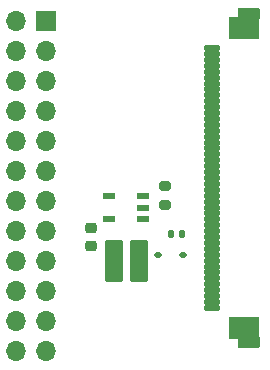
<source format=gbr>
%TF.GenerationSoftware,KiCad,Pcbnew,8.0.8*%
%TF.CreationDate,2025-04-16T08:52:23+10:00*%
%TF.ProjectId,display,64697370-6c61-4792-9e6b-696361645f70,rev?*%
%TF.SameCoordinates,Original*%
%TF.FileFunction,Soldermask,Top*%
%TF.FilePolarity,Negative*%
%FSLAX46Y46*%
G04 Gerber Fmt 4.6, Leading zero omitted, Abs format (unit mm)*
G04 Created by KiCad (PCBNEW 8.0.8) date 2025-04-16 08:52:23*
%MOMM*%
%LPD*%
G01*
G04 APERTURE LIST*
G04 Aperture macros list*
%AMRoundRect*
0 Rectangle with rounded corners*
0 $1 Rounding radius*
0 $2 $3 $4 $5 $6 $7 $8 $9 X,Y pos of 4 corners*
0 Add a 4 corners polygon primitive as box body*
4,1,4,$2,$3,$4,$5,$6,$7,$8,$9,$2,$3,0*
0 Add four circle primitives for the rounded corners*
1,1,$1+$1,$2,$3*
1,1,$1+$1,$4,$5*
1,1,$1+$1,$6,$7*
1,1,$1+$1,$8,$9*
0 Add four rect primitives between the rounded corners*
20,1,$1+$1,$2,$3,$4,$5,0*
20,1,$1+$1,$4,$5,$6,$7,0*
20,1,$1+$1,$6,$7,$8,$9,0*
20,1,$1+$1,$8,$9,$2,$3,0*%
%AMFreePoly0*
4,1,32,0.859954,1.282520,0.897008,1.231520,0.902000,1.200000,0.902000,-1.200000,0.882520,-1.259954,0.831520,-1.297008,0.800000,-1.302000,-0.749600,-1.302000,-0.751983,-1.303214,-0.760963,-1.306934,-0.800000,-1.314700,-1.600000,-1.314700,-1.639037,-1.306934,-1.648017,-1.303214,-1.695951,-1.262272,-1.703214,-1.248017,-1.706934,-1.239037,-1.714700,-1.200000,-1.714700,0.400000,-1.706934,0.439037,
-1.703214,0.448017,-1.662272,0.495951,-1.648017,0.503214,-1.639037,0.506934,-1.600000,0.514700,-0.902000,0.514700,-0.902000,1.200000,-0.882520,1.259954,-0.831520,1.297008,-0.800000,1.302000,0.800000,1.302000,0.859954,1.282520,0.859954,1.282520,$1*%
%AMFreePoly1*
4,1,32,0.859954,1.282520,0.897008,1.231520,0.902000,1.200000,0.902000,0.514700,1.600000,0.514700,1.639037,0.506934,1.648017,0.503214,1.695951,0.462272,1.703214,0.448017,1.706934,0.439037,1.714700,0.400000,1.714700,-1.200000,1.706934,-1.239037,1.703214,-1.248017,1.662272,-1.295951,1.648017,-1.303214,1.639037,-1.306934,1.600000,-1.314700,0.800000,-1.314700,0.760963,-1.306934,
0.751983,-1.303214,0.750562,-1.302000,-0.800000,-1.302000,-0.859954,-1.282520,-0.897008,-1.231520,-0.902000,-1.200000,-0.902000,1.200000,-0.882520,1.259954,-0.831520,1.297008,-0.800000,1.302000,0.800000,1.302000,0.859954,1.282520,0.859954,1.282520,$1*%
G04 Aperture macros list end*
%ADD10C,0.025400*%
%ADD11RoundRect,0.102000X-0.650000X-1.700000X0.650000X-1.700000X0.650000X1.700000X-0.650000X1.700000X0*%
%ADD12R,1.054100X0.508000*%
%ADD13RoundRect,0.080000X0.600000X-0.150000X0.600000X0.150000X-0.600000X0.150000X-0.600000X-0.150000X0*%
%ADD14FreePoly0,90.000000*%
%ADD15FreePoly1,90.000000*%
%ADD16RoundRect,0.140000X0.140000X0.170000X-0.140000X0.170000X-0.140000X-0.170000X0.140000X-0.170000X0*%
%ADD17RoundRect,0.112500X0.187500X0.112500X-0.187500X0.112500X-0.187500X-0.112500X0.187500X-0.112500X0*%
%ADD18RoundRect,0.200000X0.275000X-0.200000X0.275000X0.200000X-0.275000X0.200000X-0.275000X-0.200000X0*%
%ADD19RoundRect,0.225000X-0.250000X0.225000X-0.250000X-0.225000X0.250000X-0.225000X0.250000X0.225000X0*%
%ADD20R,1.700000X1.700000*%
%ADD21O,1.700000X1.700000*%
G04 APERTURE END LIST*
D10*
%TO.C,J1*%
X75897990Y-41750020D02*
X74297990Y-41750020D01*
X74297990Y-40950020D01*
X75897990Y-40950020D01*
X75897990Y-41750020D01*
G36*
X75897990Y-41750020D02*
G01*
X74297990Y-41750020D01*
X74297990Y-40950020D01*
X75897990Y-40950020D01*
X75897990Y-41750020D01*
G37*
X75899590Y-69550020D02*
X74299590Y-69550020D01*
X74299590Y-68750020D01*
X75899590Y-68750020D01*
X75899590Y-69550020D01*
G36*
X75899590Y-69550020D02*
G01*
X74299590Y-69550020D01*
X74299590Y-68750020D01*
X75899590Y-68750020D01*
X75899590Y-69550020D01*
G37*
%TD*%
D11*
%TO.C,L1*%
X63700000Y-62250000D03*
X65800000Y-62250000D03*
%TD*%
D12*
%TO.C,U1*%
X66178750Y-58700001D03*
X66178750Y-57750000D03*
X66178750Y-56799999D03*
X63321250Y-56799999D03*
X63321250Y-58700001D03*
%TD*%
D13*
%TO.C,J1*%
X72000000Y-44250020D03*
X72000000Y-44750020D03*
X72000000Y-45250020D03*
X72000000Y-45750000D03*
X72000000Y-46250000D03*
X72000000Y-46750000D03*
X72000000Y-47250000D03*
X72000000Y-47750000D03*
X72000000Y-48250000D03*
X72000000Y-48750000D03*
X72000000Y-49250000D03*
X72000000Y-49750000D03*
X72000000Y-50250000D03*
X72000000Y-50750000D03*
X72000000Y-51250000D03*
X72000000Y-51750000D03*
X72000000Y-52250000D03*
X72000000Y-52750000D03*
X72000000Y-53250000D03*
X72000000Y-53750000D03*
X72000000Y-54250000D03*
X72000000Y-54749998D03*
X72000000Y-55249998D03*
X72000000Y-55749998D03*
X72000000Y-56249998D03*
X72000000Y-56750000D03*
X72000000Y-57250000D03*
X72000000Y-57750000D03*
X72000000Y-58250000D03*
X72000000Y-58750000D03*
X72000000Y-59250000D03*
X72000000Y-59750000D03*
X72000000Y-60250000D03*
X72000000Y-60750000D03*
X72000000Y-61250000D03*
X72000000Y-61750000D03*
X72000000Y-62250000D03*
X72000000Y-62750000D03*
X72000000Y-63250000D03*
X72000000Y-63750000D03*
X72000000Y-64250000D03*
X72000000Y-64750000D03*
X72000000Y-65250000D03*
X72000000Y-65750020D03*
X72000000Y-66250020D03*
D14*
X74699590Y-67950020D03*
D15*
X74697990Y-42550020D03*
%TD*%
D16*
%TO.C,C2*%
X69480000Y-60000000D03*
X68520000Y-60000000D03*
%TD*%
D17*
%TO.C,D1*%
X69550000Y-61750000D03*
X67450000Y-61750000D03*
%TD*%
D18*
%TO.C,R1*%
X68000000Y-57575000D03*
X68000000Y-55925000D03*
%TD*%
D19*
%TO.C,C1*%
X61750000Y-59475000D03*
X61750000Y-61025000D03*
%TD*%
D20*
%TO.C,J3*%
X58000000Y-41970000D03*
D21*
X55460000Y-41970000D03*
X58000000Y-44510000D03*
X55460000Y-44510000D03*
X58000000Y-47050000D03*
X55460000Y-47050000D03*
X58000000Y-49590000D03*
X55460000Y-49590000D03*
X58000000Y-52130000D03*
X55460000Y-52130000D03*
X58000000Y-54670000D03*
X55460000Y-54670000D03*
X58000000Y-57210000D03*
X55460000Y-57210000D03*
X58000000Y-59750000D03*
X55460000Y-59750000D03*
X58000000Y-62290000D03*
X55460000Y-62290000D03*
X58000000Y-64830000D03*
X55460000Y-64830000D03*
X58000000Y-67370000D03*
X55460000Y-67370000D03*
X58000000Y-69910000D03*
X55460000Y-69910000D03*
%TD*%
M02*

</source>
